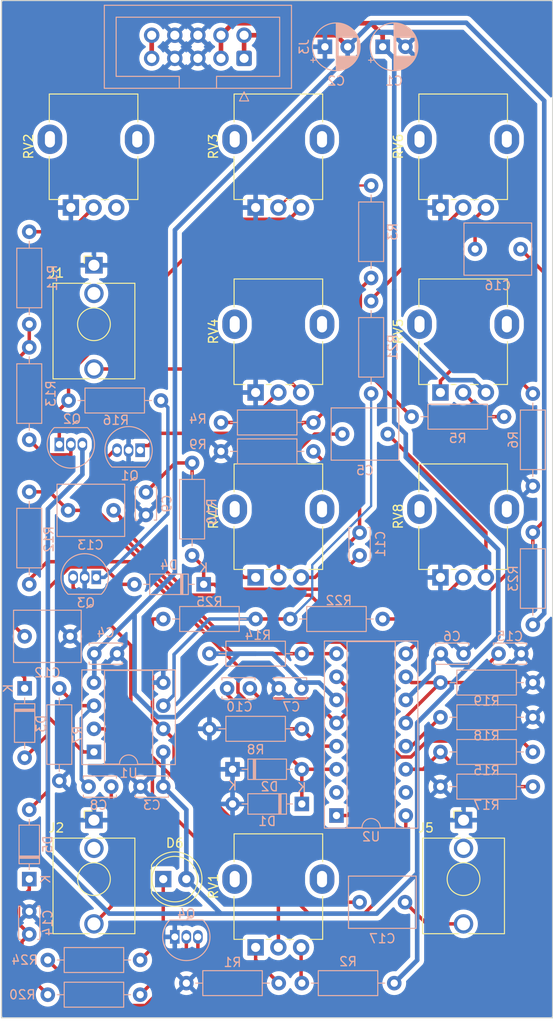
<source format=kicad_pcb>
(kicad_pcb (version 20240108) (generator "pcbnew") (generator_version "8.0")
  (title_block (title "Bass++") (date "2019-10-03") (rev "01") (comment 1 "Original design by Thomas Henry") (comment 2 "PCB for main circuit") (comment 4 "License CC BY 4.0 - Attribution 4.0 International"))
  (layers (0 "F.Cu" signal) (31 "B.Cu" signal) (34 "B.Paste" user) (35 "F.Paste" user) (36 "B.SilkS" user "B.Silkscreen") (37 "F.SilkS" user "F.Silkscreen") (38 "B.Mask" user) (39 "F.Mask" user) (44 "Edge.Cuts" user))
  (net 0 "")
  (net 1 "GND")
  (net 2 "+15V")
  (net 3 "-15V")
  (net 4 "Net-(C5-Pad2)")
  (net 5 "Net-(C5-Pad1)")
  (net 6 "Net-(U1A-+)")
  (net 7 "Net-(D1-A)")
  (net 8 "Net-(C10-Pad1)")
  (net 9 "Net-(D4-K)")
  (net 10 "Net-(D3-K)")
  (net 11 "Net-(C13-Pad2)")
  (net 12 "Net-(C13-Pad1)")
  (net 13 "Net-(D5-K)")
  (net 14 "Net-(C15-Pad2)")
  (net 15 "Net-(C16-Pad2)")
  (net 16 "/Shell")
  (net 17 "Net-(C17-Pad1)")
  (net 18 "/PULSE")
  (net 19 "Net-(D6-K)")
  (net 21 "Net-(J1-PadT)")
  (net 23 "+5V")
  (net 25 "Net-(Q1-E)")
  (net 26 "Net-(Q1-C)")
  (net 27 "Net-(Q2-E)")
  (net 28 "Net-(Q2-B)")
  (net 29 "Net-(Q3-E)")
  (net 30 "Net-(Q3-C)")
  (net 31 "Net-(R1-Pad2)")
  (net 32 "Net-(R2-Pad2)")
  (net 33 "Net-(R3-Pad2)")
  (net 34 "Net-(R4-Pad2)")
  (net 35 "Net-(R5-Pad2)")
  (net 36 "Net-(R6-Pad2)")
  (net 37 "Net-(Q4-C)")
  (net 38 "Net-(Q4-B)")
  (net 39 "Net-(U2C--)")
  (net 40 "Net-(U2A-+)")
  (net 41 "Net-(U2A--)")
  (net 42 "Net-(U1B--)")
  (net 43 "Net-(U1A--)")
  (net 44 "Net-(C8-Pad1)")
  (net 45 "Net-(C9-Pad2)")
  (net 46 "Net-(C11-Pad2)")
  (net 47 "Net-(C17-Pad2)")
  (net 50 "Net-(R11-Pad1)")
  (net 51 "Net-(R21-Pad2)")
  (net 52 "Net-(R22-Pad2)")
  (footprint "LED_THT:LED_D5.0mm" (layer "F.Cu") (at 68.58 147.32)
    (property "Reference" "D6")
    (property "Value" "LED")
  )
  (footprint "elektrophon:Jack_3.5mm_QingPu_WQP-PJ398SM_Vertical_CircularHoles" (layer "F.Cu") (at 60.96 86.36)
    (property "Reference" "J1")
    (property "Value" "CV")
  )
  (footprint "elektrophon:Jack_3.5mm_QingPu_WQP-PJ398SM_Vertical_CircularHoles" (layer "F.Cu") (at 60.96 147.32)
    (property "Reference" "J2")
    (property "Value" "Trigger")
  )
  (footprint "elektrophon:Jack_3.5mm_QingPu_WQP-PJ398SM_Vertical_CircularHoles" (layer "F.Cu") (at 101.6 147.32)
    (property "Reference" "J5")
    (property "Value" "CV")
  )
  (footprint "elektrophon:Potentiometer_Alpha_RD901F-40-00D_Single_Vertical" (layer "F.Cu") (at 81.28 147.32 90)
    (property "Reference" "RV1")
    (property "Value" "10k")
  )
  (footprint "elektrophon:Potentiometer_Alpha_RD901F-40-00D_Single_Vertical" (layer "F.Cu") (at 60.96 66.04 90)
    (property "Reference" "RV2")
    (property "Value" "500k")
  )
  (footprint "elektrophon:Potentiometer_Alpha_RD901F-40-00D_Single_Vertical" (layer "F.Cu") (at 81.28 66.04 90)
    (property "Reference" "RV3")
    (property "Value" "10k")
  )
  (footprint "elektrophon:Potentiometer_Alpha_RD901F-40-00D_Single_Vertical" (layer "F.Cu") (at 81.28 86.36 90)
    (property "Reference" "RV4")
    (property "Value" "100k")
  )
  (footprint "elektrophon:Potentiometer_Alpha_RD901F-40-00D_Single_Vertical" (layer "F.Cu") (at 101.6 86.36 90)
    (property "Reference" "RV5")
    (property "Value" "100k")
  )
  (footprint "elektrophon:Potentiometer_Alpha_RD901F-40-00D_Single_Vertical" (layer "F.Cu") (at 101.6 66.04 90)
    (property "Reference" "RV6")
    (property "Value" "100k")
  )
  (footprint "elektrophon:Potentiometer_Alpha_RD901F-40-00D_Single_Vertical" (layer "F.Cu") (at 81.28 106.68 90)
    (property "Reference" "RV7")
    (property "Value" "10k")
  )
  (footprint "elektrophon:Potentiometer_Alpha_RD901F-40-00D_Single_Vertical" (layer "F.Cu") (at 101.6 106.68 90)
    (property "Reference" "RV8")
    (property "Value" "100k")
  )
  (footprint "Capacitor_THT:CP_Radial_D5.0mm_P2.50mm" (layer "B.Cu") (at 92.71 55.88)
    (property "Reference" "C1")
    (property "Value" "10u")
  )
  (footprint "Capacitor_THT:CP_Radial_D5.0mm_P2.50mm" (layer "B.Cu") (at 86.36 55.88)
    (property "Reference" "C2")
    (property "Value" "10u")
  )
  (footprint "Capacitor_THT:C_Disc_D3.4mm_W2.1mm_P2.50mm" (layer "B.Cu") (at 68.58 137.16 180)
    (property "Reference" "C3")
    (property "Value" "0.1u")
  )
  (footprint "Capacitor_THT:C_Disc_D3.4mm_W2.1mm_P2.50mm" (layer "B.Cu") (at 63.5 122.555 180)
    (property "Reference" "C4")
    (property "Value" "0.1u")
  )
  (footprint "Capacitor_THT:C_Rect_L7.2mm_W5.5mm_P5.00mm_FKS2_FKP2_MKS2_MKP2" (layer "B.Cu") (at 88.265 98.425)
    (property "Reference" "C5")
    (property "Value" "2u2")
  )
  (footprint "Capacitor_THT:C_Disc_D3.4mm_W2.1mm_P2.50mm" (layer "B.Cu") (at 99.1 122.555)
    (property "Reference" "C6")
    (property "Value" "0.1u")
  )
  (footprint "Capacitor_THT:C_Disc_D3.4mm_W2.1mm_P2.50mm" (layer "B.Cu") (at 81.28 126.365)
    (property "Reference" "C7")
    (property "Value" "0.1u")
  )
  (footprint "Capacitor_THT:C_Disc_D3.4mm_W2.1mm_P2.50mm" (layer "B.Cu") (at 62.865 137.16 180)
    (property "Reference" "C8")
    (property "Value" "1n")
  )
  (footprint "Capacitor_THT:C_Disc_D3.4mm_W2.1mm_P2.50mm" (layer "B.Cu") (at 66.675 107.315 90)
    (property "Reference" "C9")
    (property "Value" "0.1u")
  )
  (footprint "Capacitor_THT:C_Disc_D3.4mm_W2.1mm_P2.50mm" (layer "B.Cu") (at 78.105 126.365 180)
    (property "Reference" "C10")
    (property "Value" "10n")
  )
  (footprint "Capacitor_THT:C_Disc_D3.4mm_W2.1mm_P2.50mm" (layer "B.Cu") (at 90.17 111.76 90)
    (property "Reference" "C11")
    (property "Value" "0.1u")
  )
  (footprint "Capacitor_THT:C_Rect_L7.2mm_W5.5mm_P5.00mm_FKS2_FKP2_MKS2_MKP2" (layer "B.Cu") (at 53.34 120.65)
    (property "Reference" "C12")
    (property "Value" "2u2")
  )
  (footprint "Capacitor_THT:C_Rect_L7.2mm_W5.5mm_P5.00mm_FKS2_FKP2_MKS2_MKP2" (layer "B.Cu") (at 63.119 106.807 180)
    (property "Reference" "C13")
    (property "Value" "2u2")
  )
  (footprint "Capacitor_THT:C_Disc_D3.4mm_W2.1mm_P2.50mm" (layer "B.Cu") (at 53.848 153.376 90)
    (property "Reference" "C14")
    (property "Value" "10n")
  )
  (footprint "Capacitor_THT:C_Disc_D3.4mm_W2.1mm_P2.50mm" (layer "B.Cu") (at 107.95 122.555 180)
    (property "Reference" "C15")
    (property "Value" "10n")
  )
  (footprint "Capacitor_THT:C_Rect_L7.2mm_W5.5mm_P5.00mm_FKS2_FKP2_MKS2_MKP2" (layer "B.Cu") (at 102.87 78.105)
    (property "Reference" "C16")
    (property "Value" "2u2")
  )
  (footprint "Capacitor_THT:C_Rect_L7.2mm_W5.5mm_P5.00mm_FKS2_FKP2_MKS2_MKP2" (layer "B.Cu") (at 90.17 149.86)
    (property "Reference" "C17")
    (property "Value" "2u2")
  )
  (footprint "Diode_THT:D_DO-35_SOD27_P7.62mm_Horizontal" (layer "B.Cu") (at 76.2 135.255)
    (property "Reference" "D1")
    (property "Value" "1N4148")
  )
  (footprint "Diode_THT:D_DO-35_SOD27_P7.62mm_Horizontal" (layer "B.Cu") (at 83.82 139.065 180)
    (property "Reference" "D2")
    (property "Value" "1N4148")
  )
  (footprint "Diode_THT:D_DO-35_SOD27_P7.62mm_Horizontal" (layer "B.Cu") (at 53.34 126.365 -90)
    (property "Reference" "D3")
    (property "Value" "1N4148")
  )
  (footprint "Diode_THT:D_DO-35_SOD27_P7.62mm_Horizontal" (layer "B.Cu") (at 73.025 114.935 180)
    (property "Reference" "D4")
    (property "Value" "1N4148")
  )
  (footprint "Diode_THT:D_DO-35_SOD27_P7.62mm_Horizontal" (layer "B.Cu") (at 53.848 147.32 90)
    (property "Reference" "D5")
    (property "Value" "1N4148")
  )
  (footprint "Connector_IDC:IDC-Header_2x05_P2.54mm_Vertical" (layer "B.Cu") (at 77.47 57.15 90)
    (property "Reference" "J3")
    (property "Value" "IDC Header")
  )
  (footprint "Package_TO_SOT_THT:TO-92_Inline" (layer "B.Cu") (at 66.04 100.203 180)
    (property "Reference" "Q1")
    (property "Value" "2N3906")
  )
  (footprint "Package_TO_SOT_THT:TO-92_Inline" (layer "B.Cu") (at 57.15 99.568)
    (property "Reference" "Q2")
    (property "Value" "2N3904")
  )
  (footprint "Package_TO_SOT_THT:TO-92_Inline" (layer "B.Cu") (at 61.214 114.173 180)
    (property "Reference" "Q3")
    (property "Value" "2N3906")
  )
  (footprint "Package_TO_SOT_THT:TO-92_Inline" (layer "B.Cu") (at 69.85 153.67)
    (property "Reference" "Q4")
    (property "Value" "2N3904")
  )
  (footprint "Resistor_THT:R_Axial_DIN0207_L6.3mm_D2.5mm_P10.16mm_Horizontal" (layer "B.Cu") (at 71.12 158.75)
    (property "Reference" "R1")
    (property "Value" "100")
  )
  (footprint "Resistor_THT:R_Axial_DIN0207_L6.3mm_D2.5mm_P10.16mm_Horizontal" (layer "B.Cu") (at 93.98 158.75 180)
    (property "Reference" "R2")
    (property "Value" "20k")
  )
  (footprint "Resistor_THT:R_Axial_DIN0207_L6.3mm_D2.5mm_P10.16mm_Horizontal" (layer "B.Cu") (at 91.44 81.28 90)
    (property "Reference" "R3")
    (property "Value" "100k")
  )
  (footprint "Resistor_THT:R_Axial_DIN0207_L6.3mm_D2.5mm_P10.16mm_Horizontal" (layer "B.Cu") (at 85.09 97.155 180)
    (property "Reference" "R4")
    (property "Value" "56k")
  )
  (footprint "Resistor_THT:R_Axial_DIN0207_L6.3mm_D2.5mm_P10.16mm_Horizontal" (layer "B.Cu") (at 95.885 96.52)
    (property "Reference" "R5")
    (property "Value" "27k")
  )
  (footprint "Resistor_THT:R_Axial_DIN0207_L6.3mm_D2.5mm_P10.16mm_Horizontal" (layer "B.Cu") (at 109.22 104.14 90)
    (property "Reference" "R6")
    (property "Value" "3k3")
  )
  (footprint "Resistor_THT:R_Axial_DIN0207_L6.3mm_D2.5mm_P10.16mm_Horizontal" (layer "B.Cu") (at 57.15 136.525 90)
    (property "Reference" "R7")
    (property "Value" "1M")
  )
  (footprint "Resistor_THT:R_Axial_DIN0207_L6.3mm_D2.5mm_P10.16mm_Horizontal" (layer "B.Cu") (at 83.82 130.81 180)
    (property "Reference" "R8")
    (property "Value" "2k")
  )
  (footprint "Resistor_THT:R_Axial_DIN0207_L6.3mm_D2.5mm_P10.16mm_Horizontal" (layer "B.Cu") (at 74.93 100.33)
    (property "Reference" "R9")
    (property "Value" "2k")
  )
  (footprint "Resistor_THT:R_Axial_DIN0207_L6.3mm_D2.5mm_P10.16mm_Horizontal" (layer "B.Cu") (at 71.755 101.6 -90)
    (property "Reference" "R10")
    (property "Value" "10k")
  )
  (footprint "Resistor_THT:R_Axial_DIN0207_L6.3mm_D2.5mm_P10.16mm_Horizontal" (layer "B.Cu") (at 53.848 76.2 -90)
    (property "Reference" "R11")
    (property "Value" "1k")
  )
  (footprint "Resistor_THT:R_Axial_DIN0207_L6.3mm_D2.5mm_P10.16mm_Horizontal" (layer "B.Cu") (at 53.848 104.775 -90)
    (property "Reference" "R12")
    (property "Value" "20k")
  )
  (footprint "Resistor_THT:R_Axial_DIN0207_L6.3mm_D2.5mm_P10.16mm_Horizontal" (layer "B.Cu") (at 53.848 99.06 90)
    (property "Reference" "R13")
    (property "Value" "10k")
  )
  (footprint "Resistor_THT:R_Axial_DIN0207_L6.3mm_D2.5mm_P10.16mm_Horizontal" (layer "B.Cu") (at 73.66 122.555)
    (property "Reference" "R14")
    (property "Value" "5k1")
  )
  (footprint "Resistor_THT:R_Axial_DIN0207_L6.3mm_D2.5mm_P10.16mm_Horizontal" (layer "B.Cu") (at 109.22 133.35 180)
    (property "Reference" "R15")
    (property "Value" "100k")
  )
  (footprint "Resistor_THT:R_Axial_DIN0207_L6.3mm_D2.5mm_P10.16mm_Horizontal" (layer "B.Cu") (at 68.326 94.742 180)
    (property "Reference" "R16")
    (property "Value" "20k")
  )
  (footprint "Resistor_THT:R_Axial_DIN0207_L6.3mm_D2.5mm_P10.16mm_Horizontal" (layer "B.Cu") (at 99.06 137.16)
    (property "Reference" "R17")
    (property "Value" "220")
  )
  (footprint "Resistor_THT:R_Axial_DIN0207_L6.3mm_D2.5mm_P10.16mm_Horizontal" (layer "B.Cu") (at 109.22 129.54 180)
    (property "Reference" "R18")
    (property "Value" "220")
  )
  (footprint "Resistor_THT:R_Axial_DIN0207_L6.3mm_D2.5mm_P10.16mm_Horizontal" (layer "B.Cu") (at 109.22 125.73 180)
    (property "Reference" "R19")
    (property "Value" "56k")
  )
  (footprint "Resistor_THT:R_Axial_DIN0207_L6.3mm_D2.5mm_P10.16mm_Horizontal" (layer "B.Cu") (at 66.04 160.02 180)
    (property "Reference" "R20")
    (property "Value" "220k")
  )
  (footprint "Resistor_THT:R_Axial_DIN0207_L6.3mm_D2.5mm_P10.16mm_Horizontal" (layer "B.Cu") (at 91.44 93.98 90)
    (property "Reference" "R21")
    (property "Value" "100k")
  )
  (footprint "Resistor_THT:R_Axial_DIN0207_L6.3mm_D2.5mm_P10.16mm_Horizontal" (layer "B.Cu") (at 82.55 118.745)
    (property "Reference" "R22")
    (property "Value" "100k")
  )
  (footprint "Resistor_THT:R_Axial_DIN0207_L6.3mm_D2.5mm_P10.16mm_Horizontal" (layer "B.Cu") (at 109.22 119.38 90)
    (property "Reference" "R23")
    (property "Value" "10k")
  )
  (footprint "Resistor_THT:R_Axial_DIN0207_L6.3mm_D2.5mm_P10.16mm_Horizontal" (layer "B.Cu") (at 66.04 156.21 180)
    (property "Reference" "R24")
    (property "Value" "1.5k")
  )
  (footprint "Resistor_THT:R_Axial_DIN0207_L6.3mm_D2.5mm_P10.16mm_Horizontal" (layer "B.Cu") (at 68.58 118.745)
    (property "Reference" "R25")
    (property "Value" "100k")
  )
  (footprint "Package_DIP:DIP-8_W7.62mm_Socket" (layer "B.Cu") (at 60.96 133.35)
    (property "Reference" "U1")
    (property "Value" "TL072")
  )
  (footprint "Package_DIP:DIP-16_W7.62mm_Socket" (layer "B.Cu") (at 87.63 140.335)
    (property "Reference" "U2")
    (property "Value" "LM13700")
  )
  (gr_line (start 50.8 162.56) (end 50.8 50.8) (stroke (width 0.12)) (layer "Edge.Cuts"))
  (gr_line (start 50.8 50.8) (end 111.4 50.8) (stroke (width 0.12)) (layer "Edge.Cuts"))
  (gr_line (start 111.4 162.56) (end 50.8 162.56) (stroke (width 0.12)) (layer "Edge.Cuts"))
  (gr_line (start 111.4 50.8) (end 111.4 162.56) (stroke (width 0.12)) (layer "Edge.Cuts"))
  (segment (start 92.71 54.572) (end 91.430399 53.292399) (width 0.508) (layer "F.Cu") (net 2))
  (segment (start 74.93 54.61) (end 74.93 57.15) (width 0.508) (layer "F.Cu") (net 2))
  (segment (start 76.247601 53.292399) (end 74.93 54.61) (width 0.508) (layer "F.Cu") (net 2))
  (segment (start 91.430399 53.292399) (end 76.247601 53.292399) (width 0.508) (layer "F.Cu") (net 2))
  (segment (start 92.71 55.88) (end 92.71 54.572) (width 0.508) (layer "F.Cu") (net 2))
  (segment (start 93.98 82.55) (end 93.98 97.155) (width 0.508) (layer "B.Cu") (net 2))
  (segment (start 71.12 147.32) (end 74.914001 151.114001) (width 0.508) (layer "B.Cu") (net 2))
  (segment (start 102.597039 123.552039) (end 100.314001 125.835077) (width 0.508) (layer "B.Cu") (net 2))
  (segment (start 92.059001 151.114001) (end 74.914001 151.114001) (width 0.508) (layer "B.Cu") (net 2))
  (segment (start 99.1 122.555) (end 100.354001 123.809001) (width 0.508) (layer "B.Cu") (net 2))
  (segment (start 105.414001 120.735077) (end 102.597039 123.552039) (width 0.508) (layer "B.Cu") (net 2))
  (segment (start 100.354001 123.809001) (end 102.340077 123.809001) (width 0.508) (layer "B.Cu") (net 2))
  (segment (start 105.414001 111.129001) (end 105.414001 120.735077) (width 0.508) (layer "B.Cu") (net 2))
  (segment (start 104.06 93.86) (end 102.705999 92.505999) (width 0.508) (layer "B.Cu") (net 2))
  (segment (start 95.25 98.425) (end 95.25 100.965) (width 0.508) (layer "B.Cu") (net 2))
  (segment (start 74.914001 151.114001) (end 62.644001 151.114001) (width 0.508) (layer "B.Cu") (net 2))
  (segment (start 59.69 99.06) (end 59.69 102.87) (width 0.508) (layer "B.Cu") (net 2))
  (segment (start 59.69 102.87) (end 55.895999 106.664001) (width 0.508) (layer "B.Cu") (net 2))
  (segment (start 93.98 97.155) (end 95.25 98.425) (width 0.508) (layer "B.Cu") (net 2))
  (segment (start 102.340077 123.809001) (end 102.597039 123.552039) (width 0.508) (layer "B.Cu") (net 2))
  (segment (start 102.705999 92.505999) (end 100.080602 92.505999) (width 0.508) (layer "B.Cu") (net 2))
  (segment (start 99.1 122.555) (end 98.300001 123.354999) (width 0.508) (layer "B.Cu") (net 2))
  (segment (start 96.504001 146.669001) (end 92.059001 151.114001) (width 0.508) (layer "B.Cu") (net 2))
  (segment (start 100.080602 92.505999) (end 93.98 86.405397) (width 0.508) (layer "B.Cu") (net 2))
  (segment (start 93.98 57.15) (end 93.98 82.55) (width 0.508) (layer "B.Cu") (net 2))
  (segment (start 96.504001 156.225999) (end 93.98 158.75) (width 0.508) (layer "B.Cu") (net 2))
  (segment (start 98.300001 123.354999) (end 98.300001 124.584999) (width 0.508) (layer "B.Cu") (net 2))
  (segment (start 95.25 100.965) (end 105.414001 111.129001) (width 0.508) (layer "B.Cu") (net 2))
  (segment (start 71.12 147.32) (end 71.12 139.7) (width 0.508) (layer "B.Cu") (net 2))
  (segment (start 55.895999 144.365999) (end 62.644001 151.114001) (width 0.508) (layer "B.Cu") (net 2))
  (segment (start 98.300001 124.584999) (end 95.25 127.635) (width 0.508) (layer "B.Cu") (net 2))
  (segment (start 96.504001 146.669001) (end 96.504001 156.225999) (width 0.508) (layer "B.Cu") (net 2))
  (segment (start 92.71 55.88) (end 93.98 57.15) (width 0.508) (layer "B.Cu") (net 2))
  (segment (start 100.314001 125.835077) (end 100.314001 126.331921) (width 0.508) (layer "B.Cu") (net 2))
  (segment (start 68.58 137.16) (end 68.58 133.35) (width 0.508) (layer "B.Cu") (net 2))
  (segment (start 55.895999 106.664001) (end 55.895999 144.365999) (width 0.508) (layer "B.Cu") (net 2))
  (segment (start 96.504001 130.141921) (end 96.504001 146.669001) (width 0.508) (layer "B.Cu") (net 2))
  (segment (start 71.12 139.7) (end 68.58 137.16) (width 0.508) (layer "B.Cu") (net 2))
  (segment (start 96.504001 130.141921) (end 100.314001 126.331921) (width 0.508) (layer "B.Cu") (net 2))
  (segment (start 93.98 86.405397) (end 93.98 82.55) (width 0.508) (layer "B.Cu") (net 2))
  (segment (start 87.59 54.61) (end 77.47 54.61) (width 0.508) (layer "F.Cu") (net 3))
  (segment (start 88.86 55.88) (end 87.59 54.61) (width 0.508) (layer "F.Cu") (net 3))
  (segment (start 77.47 54.61) (end 77.47 57.15) (width 0.508) (layer "F.Cu") (net 3))
  (segment (start 88.86 57.01137) (end 88.86 55.88) (width 0.508) (layer "B.Cu") (net 3))
  (segment (start 88.86 55.88) (end 91.5 53.24) (width 0.508) (layer "B.Cu") (net 3))
  (segment (start 61 122.555) (end 65.425 118.13) (width 0.508) (layer "B.Cu") (net 3))
  (segment (start 101.9 53.24) (end 110.474001 61.814001) (width 0.508) (layer "B.Cu") (net 3))
  (segment (start 110.474001 118.125999) (end 109.22 119.38) (width 0.508) (layer "B.Cu") (net 3))
  (segment (start 83.78 125.73) (end 85.725 125.73) (width 0.508) (layer "B.Cu") (net 3))
  (segment (start 65.425 126.970922) (end 67.978079 129.524001) (width 0.508) (layer "B.Cu") (net 3))
  (segment (start 65.425 118.13) (end 65.425 126.970922) (width 0.508) (layer "B.Cu") (net 3))
  (segment (start 76.924078 122.555) (end 78.74 122.555) (width 0.508) (layer "B.Cu") (net 3))
  (segment (start 110.474001 61.814001) (end 110.474001 118.125999) (width 0.508) (layer "B.Cu") (net 3))
  (segment (start 78.74 122.555) (end 73.66 122.555) (width 0.508) (layer "B.Cu") (net 3))
  (segment (start 69.955077 129.524001) (end 76.924078 122.555) (width 0.508) (layer "B.Cu") (net 3))
  (segment (start 65.425 118.13) (end 69.865999 113.689001) (width 0.508) (layer "B.Cu") (net 3))
  (segment (start 61 122.555) (end 61 125.69) (width 0.508) (layer "B.Cu") (net 3))
  (segment (start 67.978079 129.524001) (end 69.955077 129.524001) (width 0.508) (layer "B.Cu") (net 3))
  (segment (start 85.725 125.73) (end 87.63 127.635) (width 0.508) (layer "B.Cu") (net 3))
  (segment (start 83.78 125.73) (end 80.605 122.555) (width 0.508) (layer "B.Cu") (net 3))
  (segment (start 91.5 53.24) (end 101.9 53.24) (width 0.508) (layer "B.Cu") (net 3))
  (segment (start 69.865999 113.689001) (end 69.865999 76.005371) (width 0.508) (layer "B.Cu") (net 3))
  (segment (start 69.865999 76.005371) (end 88.86 57.01137) (width 0.508) (layer "B.Cu") (net 3))
  (segment (start 80.605 122.555) (end 78.74 122.555) (width 0.508) (layer "B.Cu") (net 3))
  (segment (start 61 125.69) (end 60.96 125.73) (width 0.508) (layer "B.Cu") (net 3))
  (segment (start 104.06 109.22) (end 93.265 98.425) (width 0.381) (layer "F.Cu") (net 4))
  (segment (start 104.06 114.18) (end 104.06 109.22) (width 0.381) (layer "F.Cu") (net 4))
  (segment (start 81.24 102.418058) (end 85.233058 98.425) (width 0.381) (layer "F.Cu") (net 5))
  (segment (start 85.233058 98.425) (end 88.265 98.425) (width 0.381) (layer "F.Cu") (net 5))
  (segment (start 81.24 114.18) (end 81.24 102.418058) (width 0.381) (layer "F.Cu") (net 5))
  (segment (start 59.055 128.27) (end 60.96 128.27) (width 0.381) (layer "F.Cu") (net 6))
  (segment (start 57.15 126.365) (end 59.055 128.27) (width 0.381) (layer "F.Cu") (net 6))
  (segment (start 60.96 128.27) (end 59.565001 129.664999) (width 0.381) (layer "B.Cu") (net 6))
  (segment (start 59.565001 136.360001) (end 60.365 137.16) (width 0.381) (layer "B.Cu") (net 6))
  (segment (start 59.565001 129.664999) (end 59.565001 136.360001) (width 0.381) (layer "B.Cu") (net 6))
  (segment (start 75.605 127.04) (end 75.605 126.365) (width 0.381) (layer "F.Cu") (net 7))
  (segment (start 83.82 135.255) (end 87.63 135.255) (width 0.381) (layer "F.Cu") (net 7))
  (segment (start 83.82 139.065) (end 83.82 135.255) (width 0.381) (layer "F.Cu") (net 7))
  (segment (start 83.82 135.255) (end 75.605 127.04) (width 0.381) (layer "F.Cu") (net 7))
  (segment (start 88.820501 128.984499) (end 88.820501 126.285501) (width 0.381) (layer "F.Cu") (net 8))
  (segment (start 85.010501 127.555501) (end 87.63 130.175) (width 0.381) (layer "F.Cu") (net 8))
  (segment (start 78.105 126.365) (end 79.295501 127.555501) (width 0.381) (layer "F.Cu") (net 8))
  (segment (start 88.820501 126.285501) (end 87.63 125.095) (width 0.381) (layer "F.Cu") (net 8))
  (segment (start 79.295501 127.555501) (end 85.010501 127.555501) (width 0.381) (layer "F.Cu") (net 8))
  (segment (start 87.63 130.175) (end 88.820501 128.984499) (width 0.381) (layer "F.Cu") (net 8))
  (segment (start 73.025 113.03) (end 71.755 111.76) (width 0.381) (layer "F.Cu") (net 9))
  (segment (start 74.741501 115.470501) (end 86.459499 115.470501) (width 0.381) (layer "F.Cu") (net 9))
  (segment (start 73.025 114.935) (end 73.025 113.03) (width 0.381) (layer "F.Cu") (net 9))
  (segment (start 86.459499 115.470501) (end 90.17 111.76) (width 0.381) (layer "F.Cu") (net 9))
  (segment (start 73.025 114.935) (end 74.206 114.935) (width 0.381) (layer "F.Cu") (net 9))
  (segment (start 74.206 114.935) (end 74.741501 115.470501) (width 0.381) (layer "F.Cu") (net 9))
  (segment (start 53.848 88.9) (end 51.609501 91.138499) (width 0.381) (layer "F.Cu") (net 10))
  (segment (start 53.848 86.36) (end 53.848 88.9) (width 0.381) (layer "F.Cu") (net 10))
  (segment (start 53.34 125.184) (end 53.34 126.365) (width 0.381) (layer "F.Cu") (net 10))
  (segment (start 51.514499 123.358499) (end 53.34 125.184) (width 0.381) (layer "F.Cu") (net 10))
  (segment (start 51.609501 91.138499) (end 51.514499 91.138499) (width 0.381) (layer "F.Cu") (net 10))
  (segment (start 51.514499 118.030501) (end 51.514499 123.358499) (width 0.381) (layer "F.Cu") (net 10))
  (segment (start 51.514499 91.138499) (end 51.514499 118.030501) (width 0.381) (layer "F.Cu") (net 10))
  (segment (start 51.514499 118.824499) (end 51.514499 118.030501) (width 0.381) (layer "F.Cu") (net 10))
  (segment (start 53.34 120.65) (end 51.514499 118.824499) (width 0.381) (layer "F.Cu") (net 10))
  (segment (start 53.848 104.775) (end 56.087 104.775) (width 0.381) (layer "F.Cu") (net 11))
  (segment (start 60.495614 106.807) (end 76.243615 122.555) (width 0.381) (layer "F.Cu") (net 11))
  (segment (start 76.243615 122.555) (end 83.82 122.555) (width 0.381) (layer "F.Cu") (net 11))
  (segment (start 58.119 106.807) (end 60.495614 106.807) (width 0.381) (layer "F.Cu") (net 11))
  (segment (start 56.087 104.775) (end 58.119 106.807) (width 0.381) (layer "F.Cu") (net 11))
  (segment (start 83.82 122.555) (end 87.63 122.555) (width 0.381) (layer "F.Cu") (net 11))
  (segment (start 95.821441 133.905501) (end 97.567443 132.159499) (width 0.381) (layer "F.Cu") (net 12))
  (segment (start 63.918999 108.495999) (end 71.548501 116.125501) (width 0.381) (layer "F.Cu") (net 12))
  (segment (start 71.548501 116.125501) (end 84.748847 116.125501) (width 0.381) (layer "F.Cu") (net 12))
  (segment (start 97.567443 132.159499) (end 108.029499 132.159499) (width 0.381) (layer "F.Cu") (net 12))
  (segment (start 63.119 106.807) (end 63.918999 107.606999) (width 0.381) (layer "F.Cu") (net 12))
  (segment (start 94.678559 133.905501) (end 95.821441 133.905501) (width 0.381) (layer "F.Cu") (net 12))
  (segment (start 92.075 123.451654) (end 92.075 131.301942) (width 0.381) (layer "F.Cu") (net 12))
  (segment (start 92.075 131.301942) (end 94.678559 133.905501) (width 0.381) (layer "F.Cu") (net 12))
  (segment (start 108.029499 132.159499) (end 109.22 133.35) (width 0.381) (layer "F.Cu") (net 12))
  (segment (start 84.748847 116.125501) (end 92.075 123.451654) (width 0.381) (layer "F.Cu") (net 12))
  (segment (start 63.918999 107.606999) (end 63.918999 108.495999) (width 0.381) (layer "F.Cu") (net 12))
  (segment (start 53.848 153.376) (end 53.048001 154.175999) (width 0.381) (layer "F.Cu") (net 13))
  (segment (start 52.657499 152.185499) (end 52.657499 149.691501) (width 0.381) (layer "F.Cu") (net 13))
  (segment (start 53.048001 157.188001) (end 55.88 160.02) (width 0.381) (layer "F.Cu") (net 13))
  (segment (start 53.848 148.501) (end 53.848 147.32) (width 0.381) (layer "F.Cu") (net 13))
  (segment (start 52.657499 149.691501) (end 53.848 148.501) (width 0.381) (layer "F.Cu") (net 13))
  (segment (start 53.048001 154.175999) (end 53.048001 157.188001) (width 0.381) (layer "F.Cu") (net 13))
  (segment (start 53.848 153.376) (end 52.657499 152.185499) (width 0.381) (layer "F.Cu") (net 13))
  (segment (start 95.25 129.54) (end 95.25 130.175) (width 0.381) (layer "F.Cu") (net 14))
  (segment (start 99.06 125.73) (end 102.275 125.73) (width 0.381) (layer "F.Cu") (net 14))
  (segment (start 99.06 125.73) (end 95.885 125.73) (width 0.381) (layer "F.Cu") (net 14))
  (segment (start 95.885 125.73) (end 95.25 125.095) (width 0.381) (layer "F.Cu") (net 14))
  (segment (start 102.275 125.73) (end 105.45 122.555) (width 0.381) (layer "F.Cu") (net 14))
  (segment (start 99.06 125.73) (end 95.25 129.54) (width 0.381) (layer "F.Cu") (net 14))
  (segment (start 109.22 110.929942) (end 109.22 109.22) (width 0.381) (layer "F.Cu") (net 15))
  (segment (start 97.409 120.396) (end 99.753942 120.396) (width 0.381) (layer "F.Cu") (net 15))
  (segment (start 95.25 122.555) (end 97.409 120.396) (width 0.381) (layer "F.Cu") (net 15))
  (segment (start 110.410501 108.029499) (end 110.410501 80.645501) (width 0.381) (layer "F.Cu") (net 15))
  (segment (start 99.753942 120.396) (end 109.22 110.929942) (width 0.381) (layer "F.Cu") (net 15))
  (segment (start 110.410501 80.645501) (end 107.87 78.105) (width 0.381) (layer "F.Cu") (net 15))
  (segment (start 109.22 109.22) (end 110.410501 108.029499) (width 0.381) (layer "F.Cu") (net 15))
  (segment (start 102.87 74.73) (end 102.87 78.105) (width 0.381) (layer "F.Cu") (net 16))
  (segment (start 104.06 73.54) (end 102.87 74.73) (width 0.381) (layer "F.Cu") (net 16))
  (segment (start 67.389499 129.619499) (end 68.58 130.81) (width 0.381) (layer "F.Cu") (net 17))
  (segment (start 68.58 118.745) (end 67.44863 118.745) (width 0.381) (layer "F.Cu") (net 17))
  (segment (start 69.770501 134.397443) (end 85.233058 149.86) (width 0.381) (layer "F.Cu") (net 17))
  (segment (start 67.44863 118.745) (end 67.389499 118.804131) (width 0.381) (layer "F.Cu") (net 17))
  (segment (start 68.58 130.81) (end 69.770501 132.000501) (width 0.381) (layer "F.Cu") (net 17))
  (segment (start 69.770501 132.000501) (end 69.770501 134.397443) (width 0.381) (layer "F.Cu") (net 17))
  (segment (start 85.233058 149.86) (end 90.17 149.86) (width 0.381) (layer "F.Cu") (net 17))
  (segment (start 67.389499 118.804131) (end 67.389499 129.619499) (width 0.381) (layer "F.Cu") (net 17))
  (segment (start 62.051392 113.03249) (end 58.294784 113.03249) (width 0.381) (layer "F.Cu") (net 18))
  (segment (start 55.959499 129.530499) (end 55.959499 129.460501) (width 0.381) (layer "F.Cu") (net 18))
  (segment (start 53.34 133.985) (end 55.959499 131.365501) (width 0.381) (layer "F.Cu") (net 18))
  (segment (start 58.294784 113.03249) (end 55.959499 115.367775) (width 0.381) (layer "F.Cu") (net 18))
  (segment (start 65.405 114.935) (end 63.953902 114.935) (width 0.381) (layer "F.Cu") (net 18))
  (segment (start 55.959499 129.460501) (end 55.959499 131.365501) (width 0.381) (layer "F.Cu") (net 18))
  (segment (start 63.953902 114.935) (end 62.051392 113.03249) (width 0.381) (layer "F.Cu") (net 18))
  (segment (start 55.959499 137.588501) (end 53.848 139.7) (width 0.381) (layer "F.Cu") (net 18))
  (segment (start 55.959499 131.365501) (end 55.959499 137.588501) (width 0.381) (layer "F.Cu") (net 18))
  (segment (start 55.959499 115.367775) (end 55.959499 129.460501) (width 0.381) (layer "F.Cu") (net 18))
  (segment (start 60.96 133.35) (end 59.779 133.35) (width 0.381) (layer "F.Cu") (net 18))
  (segment (start 59.779 133.35) (end 55.959499 129.530499) (width 0.381) (layer "F.Cu") (net 18))
  (segment (start 68.58 147.32) (end 68.58 153.67) (width 0.381) (layer "F.Cu") (net 19))
  (segment (start 68.58 153.67) (end 66.04 156.21) (width 0.381) (layer "F.Cu") (net 19))
  (segment (start 83.74 93.86) (end 81.16 91.28) (width 0.381) (layer "F.Cu") (net 21))
  (segment (start 81.16 91.28) (end 60.96 91.28) (width 0.381) (layer "F.Cu") (net 21))
  (segment (start 67.31 54.61) (end 67.31 57.15) (width 0.508) (layer "F.Cu") (net 23))
  (segment (start 90.314999 82.405001) (end 90.314999 90.314999) (width 0.25) (layer "F.Cu") (net 25))
  (segment (start 90.249499 91.995501) (end 85.09 97.155) (width 0.381) (layer "F.Cu") (net 25))
  (segment (start 90.249499 87.074499) (end 90.249499 82.470501) (width 0.381) (layer "F.Cu") (net 25))
  (segment (start 85.09 97.155) (end 83.95863 97.155) (width 0.381) (layer "F.Cu") (net 25))
  (segment (start 90.249499 88.820501) (end 90.249499 87.074499) (width 0.381) (layer "F.Cu") (net 25))
  (segment (start 90.640001 82.079999) (end 91.44 81.28) (width 0.381) (layer "F.Cu") (net 25))
  (segment (start 68.295499 98.345501) (end 82.768129 98.345501) (width 0.381) (layer "F.Cu") (net 25))
  (segment (start 90.314999 89.390001) (end 90.314999 82.405001) (width 0.25) (layer "F.Cu") (net 25))
  (segment (start 95.885 96.52) (end 90.249499 90.884499) (width 0.381) (layer "F.Cu") (net 25))
  (segment (start 90.249499 89.316871) (end 90.249499 88.820501) (width 0.381) (layer "F.Cu") (net 25))
  (segment (start 90.249499 90.884499) (end 90.249499 87.074499) (width 0.381) (layer "F.Cu") (net 25))
  (segment (start 90.249499 88.820501) (end 90.249499 91.995501) (width 0.381) (layer "F.Cu") (net 25))
  (segment (start 66.04 99.695) (end 66.946 99.695) (width 0.381) (layer "F.Cu") (net 25))
  (segment (start 90.314999 82.405001) (end 90.640001 82.079999) (width 0.25) (layer "F.Cu") (net 25))
  (segment (start 66.946 99.695) (end 68.295499 98.345501) (width 0.381) (layer "F.Cu") (net 25))
  (segment (start 83.95863 97.155) (end 82.768129 98.345501) (width 0.381) (layer "F.Cu") (net 25))
  (segment (start 90.249499 82.470501) (end 90.640001 82.079999) (width 0.381) (layer "F.Cu") (net 25))
  (segment (start 87.63 140.335) (end 88.811 140.335) (width 0.381) (layer "F.Cu") (net 26))
  (segment (start 88.121942 121.285) (end 75.795287 121.285) (width 0.381) (layer "F.Cu") (net 26))
  (segment (start 60.833 106.322713) (end 60.833 102.587) (width 0.381) (layer "F.Cu") (net 26))
  (segment (start 60.833 102.587) (end 63.5 99.92) (width 0.381) (layer "F.Cu") (net 26))
  (segment (start 88.811 140.335) (end 90.805 138.341) (width 0.381) (layer "F.Cu") (net 26))
  (segment (start 75.795287 121.285) (end 60.833 106.322713) (width 0.381) (layer "F.Cu") (net 26))
  (segment (start 90.805 123.968058) (end 88.121942 121.285) (width 0.381) (layer "F.Cu") (net 26))
  (segment (start 90.805 138.341) (end 90.805 123.968058) (width 0.381) (layer "F.Cu") (net 26))
  (segment (start 57.15 99.568) (end 57.15 95.758) (width 0.381) (layer "F.Cu") (net 27))
  (segment (start 82.449499 74.830501) (end 83.74 73.54) (width 0.381) (layer "F.Cu") (net 27))
  (segment (start 57.15 95.758) (end 58.166 94.742) (width 0.381) (layer "F.Cu") (net 27))
  (segment (start 75.168129 74.830501) (end 82.449499 74.830501) (width 0.381) (layer "F.Cu") (net 27))
  (segment (start 58.166 94.742) (end 58.166 91.83263) (width 0.381) (layer "F.Cu") (net 27))
  (segment (start 58.166 91.83263) (end 75.168129 74.830501) (width 0.381) (layer "F.Cu") (net 27))
  (segment (start 58.410499 100.708501) (end 55.496501 100.708501) (width 0.381) (layer "F.Cu") (net 28))
  (segment (start 58.42 100.699) (end 58.410499 100.708501) (width 0.381) (layer "F.Cu") (net 28))
  (segment (start 58.42 99.568) (end 58.42 100.699) (width 0.381) (layer "F.Cu") (net 28))
  (segment (start 55.496501 100.708501) (end 53.848 99.06) (width 0.381) (layer "F.Cu") (net 28))
  (segment (start 62.12 114.173) (end 69.088 107.205) (width 0.381) (layer "B.Cu") (net 29))
  (segment (start 68.326 94.742) (end 69.088 95.504) (width 0.381) (layer "B.Cu") (net 29))
  (segment (start 61.214 114.173) (end 62.12 114.173) (width 0.381) (layer "B.Cu") (net 29))
  (segment (start 69.088 95.504) (end 69.088 107.205) (width 0.381) (layer "B.Cu") (net 29))
  (segment (start 58.674 115.304) (end 65.015971 121.645971) (width 0.381) (layer "F.Cu") (net 30))
  (segment (start 84.518559 151.050501) (end 90.741441 151.050501) (width 0.381) (layer "F.Cu") (net 30))
  (segment (start 95.25 146.541942) (end 95.25 140.335) (width 0.381) (layer "F.Cu") (net 30))
  (segment (start 90.741441 151.050501) (end 95.25 146.541942) (width 0.381) (layer "F.Cu") (net 30))
  (segment (start 65.015971 131.547913) (end 84.518559 151.050501) (width 0.381) (layer "F.Cu") (net 30))
  (segment (start 58.674 114.173) (end 58.674 115.304) (width 0.381) (layer "F.Cu") (net 30))
  (segment (start 65.015971 121.645971) (end 65.015971 131.547913) (width 0.381) (layer "F.Cu") (net 30))
  (segment (start 78.74 154.82) (end 78.74 156.21) (width 0.381) (layer "F.Cu") (net 31))
  (segment (start 78.74 156.21) (end 81.28 158.75) (width 0.381) (layer "F.Cu") (net 31))
  (segment (start 83.74 154.82) (end 83.74 158.67) (width 0.381) (layer "F.Cu") (net 32))
  (segment (start 83.74 158.67) (end 83.82 158.75) (width 0.381) (layer "F.Cu") (net 32))
  (segment (start 91.44 71.12) (end 83.66 71.12) (width 0.25) (layer "F.Cu") (net 33))
  (segment (start 83.66 71.12) (end 81.24 73.54) (width 0.25) (layer "F.Cu") (net 33))
  (segment (start 77.945 97.155) (end 74.93 97.155) (width 0.381) (layer "F.Cu") (net 34))
  (segment (start 81.24 93.86) (end 77.945 97.155) (width 0.381) (layer "F.Cu") (net 34))
  (segment (start 101.56 93.86) (end 104.22 96.52) (width 0.381) (layer "F.Cu") (net 35))
  (segment (start 104.22 96.52) (end 106.68 96.52) (width 0.381) (layer "F.Cu") (net 35))
  (segment (start 109.22 93.98) (end 106.68 91.44) (width 0.381) (layer "F.Cu") (net 36))
  (segment (start 100.199 91.44) (end 99.06 92.579) (width 0.381) (layer "F.Cu") (net 36))
  (segment (start 106.68 91.44) (end 100.199 91.44) (width 0.381) (layer "F.Cu") (net 36))
  (segment (start 99.06 92.579) (end 99.06 93.86) (width 0.381) (layer "F.Cu") (net 36))
  (segment (start 66.611441 161.210501) (end 60.880501 161.210501) (width 0.381) (layer "F.Cu") (net 37))
  (segment (start 72.39 153.67) (end 72.39 155.431942) (width 0.381) (layer "F.Cu") (net 37))
  (segment (start 72.39 155.431942) (end 66.611441 161.210501) (width 0.381) (layer "F.Cu") (net 37))
  (segment (start 60.880501 161.210501) (end 55.88 156.21) (width 0.381) (layer "F.Cu") (net 37))
  (segment (start 66.04 160.02) (end 71.12 154.94) (width 0.381) (layer "F.Cu") (net 38))
  (segment (start 71.12 154.94) (end 71.12 153.67) (width 0.381) (layer "F.Cu") (net 38))
  (segment (start 65.318421 112.451479) (end 76.795501 123.928559) (width 0.381) (layer "F.Cu") (net 39))
  (segment (start 80.788058 130.81) (end 83.82 130.81) (width 0.381) (layer "F.Cu") (net 39))
  (segment (start 87.63 132.715) (end 85.725 132.715) (width 0.381) (layer "F.Cu") (net 39))
  (segment (start 55.823521 112.451479) (end 65.318421 112.451479) (width 0.381) (layer "F.Cu") (net 39))
  (segment (start 53.34 114.935) (end 55.823521 112.451479) (width 0.381) (layer "F.Cu") (net 39))
  (segment (start 85.725 132.715) (end 83.82 130.81) (width 0.381) (layer "F.Cu") (net 39))
  (segment (start 76.795501 123.928559) (end 76.795501 126.817443) (width 0.381) (layer "F.Cu") (net 39))
  (segment (start 76.795501 126.817443) (end 80.788058 130.81) (width 0.381) (layer "F.Cu") (net 39))
  (segment (start 109.22 137.16) (end 102.87 137.16) (width 0.381) (layer "F.Cu") (net 40))
  (segment (start 102.87 137.16) (end 99.06 133.35) (width 0.381) (layer "F.Cu") (net 40))
  (segment (start 97.155 135.255) (end 95.25 135.255) (width 0.381) (layer "F.Cu") (net 40))
  (segment (start 99.06 133.35) (end 97.155 135.255) (width 0.381) (layer "F.Cu") (net 40))
  (segment (start 95.885 132.715) (end 95.25 132.715) (width 0.381) (layer "F.Cu") (net 41))
  (segment (start 99.06 129.54) (end 95.885 132.715) (width 0.381) (layer "F.Cu") (net 41))
  (segment (start 78.74 118.745) (end 82.55 118.745) (width 0.381) (layer "F.Cu") (net 42))
  (segment (start 69.770501 122.634499) (end 69.770501 127.079499) (width 0.381) (layer "B.Cu") (net 42))
  (segment (start 91.44 93.98) (end 91.44 106.324998) (width 0.25) (layer "B.Cu") (net 42))
  (segment (start 84.965001 116.329999) (end 82.55 118.745) (width 0.25) (layer "B.Cu") (net 42))
  (segment (start 78.74 118.745) (end 73.66 118.745) (width 0.381) (layer "B.Cu") (net 42))
  (segment (start 91.44 106.324998) (end 84.965001 112.799997) (width 0.25) (layer "B.Cu") (net 42))
  (segment (start 69.770501 127.079499) (end 68.58 128.27) (width 0.381) (layer "B.Cu") (net 42))
  (segment (start 73.66 118.745) (end 69.770501 122.634499) (width 0.381) (layer "B.Cu") (net 42))
  (segment (start 84.965001 112.799997) (end 84.965001 116.329999) (width 0.25) (layer "B.Cu") (net 42))
  (segment (start 74.181338 144.853011) (end 77.499397 144.853011) (width 0.381) (layer "F.Cu") (net 43))
  (segment (start 60.96 130.81) (end 62.09137 130.81) (width 0.381) (layer "F.Cu") (net 43))
  (segment (start 62.09137 130.81) (end 67.389499 136.108129) (width 0.381) (layer "F.Cu") (net 43))
  (segment (start 67.389499 136.108129) (end 67.389499 138.061172) (width 0.381) (layer "F.Cu") (net 43))
  (segment (start 77.499397 144.853011) (end 81.24 148.593614) (width 0.381) (layer "F.Cu") (net 43))
  (segment (start 81.24 148.593614) (end 81.24 154.82) (width 0.381) (layer "F.Cu") (net 43))
  (segment (start 67.389499 138.061172) (end 74.181338 144.853011) (width 0.381) (layer "F.Cu") (net 43))
  (segment (start 62.865 137.16) (end 62.865 150.335) (width 0.381) (layer "F.Cu") (net 44))
  (segment (start 62.865 150.335) (end 60.96 152.24) (width 0.381) (layer "F.Cu") (net 44))
  (segment (start 77.459 114.18) (end 78.74 114.18) (width 0.381) (layer "F.Cu") (net 45))
  (segment (start 71.755 108.476) (end 77.459 114.18) (width 0.381) (layer "F.Cu") (net 45))
  (segment (start 71.755 101.6) (end 71.755 108.476) (width 0.381) (layer "F.Cu") (net 45))
  (segment (start 69.89 101.6) (end 66.675 104.815) (width 0.381) (layer "F.Cu") (net 45))
  (segment (start 71.755 101.6) (end 69.89 101.6) (width 0.381) (layer "F.Cu") (net 45))
  (segment (start 85.25 114.18) (end 90.17 109.26) (width 0.381) (layer "F.Cu") (net 46))
  (segment (start 90.17 109.26) (end 90.17 105.41) (width 0.381) (layer "F.Cu") (net 46))
  (segment (start 83.74 114.18) (end 85.25 114.18) (width 0.381) (layer "F.Cu") (net 46))
  (segment (start 90.17 105.41) (end 85.09 100.33) (width 0.381) (layer "F.Cu") (net 46))
  (segment (start 95.17 149.86) (end 97.55 152.24) (width 0.381) (layer "F.Cu") (net 47))
  (segment (start 97.55 152.24) (end 101.6 152.24) (width 0.381) (layer "F.Cu") (net 47))
  (segment (start 53.848 76.2) (end 58.26 76.2) (width 0.381) (layer "F.Cu") (net 50))
  (segment (start 58.26 76.2) (end 60.92 73.54) (width 0.381) (layer "F.Cu") (net 50))
  (segment (start 91.44 83.66) (end 91.44 83.82) (width 0.381) (layer "F.Cu") (net 51))
  (segment (start 101.56 73.54) (end 91.44 83.66) (width 0.381) (layer "F.Cu") (net 51))
  (segment (start 101.56 114.18) (end 96.995 118.745) (width 0.381) (layer "F.Cu") (net 52))
  (segment (start 96.995 118.745) (end 92.71 118.745) (width 0.381) (layer "F.Cu") (net 52))
  (zone (net 1) (net_name "GND") (layer "B.Cu") (connect_pads (clearance 0.508)) (min_thickness 0.254) (fill yes (thermal_gap 0.508) (thermal_bridge_width 0.508))
    (polygon (pts (xy 50.81 50.82) (xy 111.37 50.79) (xy 111.37 162.56) (xy 50.8 162.55)))
  )
)
</source>
